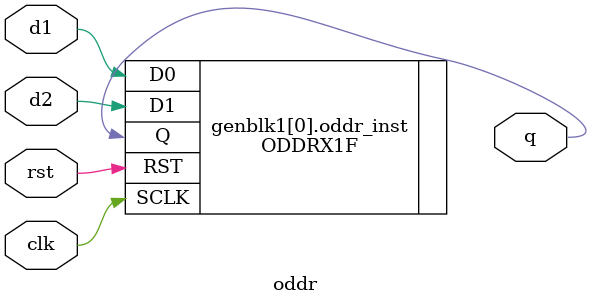
<source format=sv>
module oddr #(
  parameter INPUT_WIDTH = 1
  )(
    input wire rst,
  input wire clk,
  input wire [INPUT_WIDTH - 1 : 0] d1,
  input wire [INPUT_WIDTH - 1: 0 ] d2,
  output wire [INPUT_WIDTH - 1 : 0] q
  );
`ifdef SYNTHESIS
genvar i;
generate
  for (i = 0; i < INPUT_WIDTH; i = i + 1) begin
    ODDRX1F oddr_inst(.SCLK(clk), .RST(rst), .D0(d1[i]), .D1(d2[i]), .Q(q[i]));
  end
endgenerate
`else
  reg [INPUT_WIDTH - 1: 0] d_reg_1 = '0;
  reg [INPUT_WIDTH - 1: 0] d_reg_2 = '0;

  reg [INPUT_WIDTH - 1 : 0] q_reg = '0;
  always @(negedge clk) begin
    d_reg_1 <= d1;
    d_reg_2 <= d2;
  end
/* verilator lint_off MULTIDRIVEN */
  always @(posedge clk) begin
    q_reg <= d_reg_1;
  end
  always @(negedge clk) begin
    q_reg <= d_reg_2;
  end
  assign q = q_reg;
/* verilator lint_on MULTIDRIVEN */
`endif
endmodule

</source>
